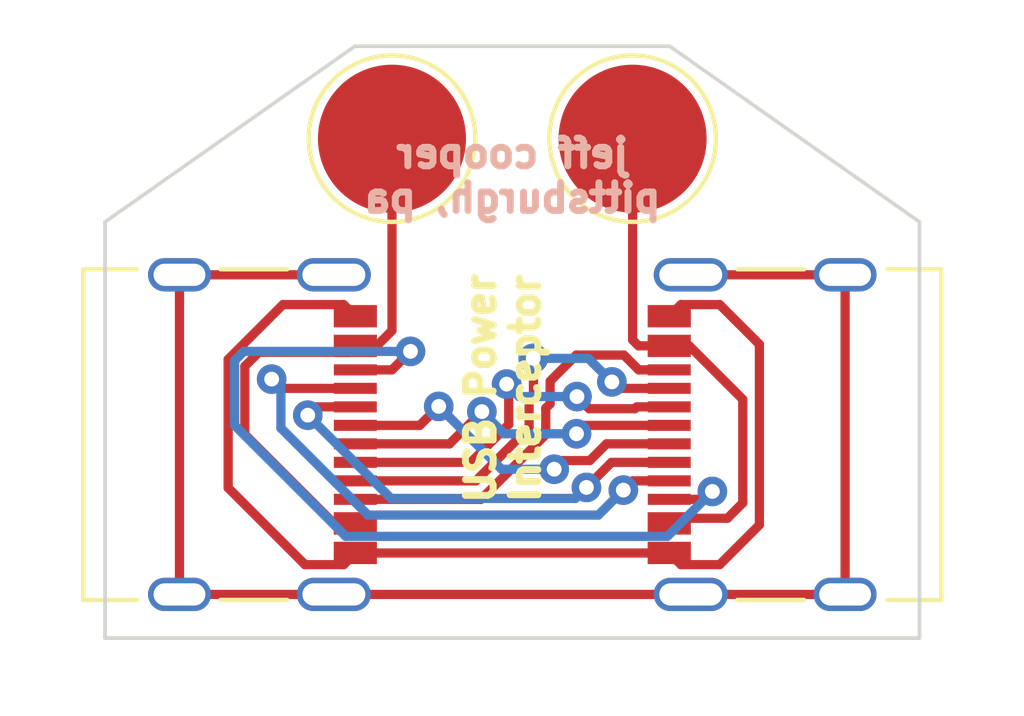
<source format=kicad_pcb>
(kicad_pcb (version 20200628) (host pcbnew "(5.99.0-2309-gaf729d578)")

  (general
    (thickness 1.6)
    (drawings 8)
    (tracks 124)
    (modules 4)
    (nets 13)
  )

  (paper "A4")
  (layers
    (0 "F.Cu" signal)
    (31 "B.Cu" signal)
    (32 "B.Adhes" user)
    (33 "F.Adhes" user)
    (34 "B.Paste" user)
    (35 "F.Paste" user)
    (36 "B.SilkS" user)
    (37 "F.SilkS" user)
    (38 "B.Mask" user)
    (39 "F.Mask" user)
    (40 "Dwgs.User" user)
    (41 "Cmts.User" user)
    (42 "Eco1.User" user)
    (43 "Eco2.User" user)
    (44 "Edge.Cuts" user)
    (45 "Margin" user)
    (46 "B.CrtYd" user)
    (47 "F.CrtYd" user)
    (48 "B.Fab" user)
    (49 "F.Fab" user)
  )

  (setup
    (pcbplotparams
      (layerselection 0x010fc_ffffffff)
      (usegerberextensions false)
      (usegerberattributes true)
      (usegerberadvancedattributes true)
      (creategerberjobfile true)
      (svguseinch false)
      (svgprecision 6)
      (excludeedgelayer true)
      (linewidth 0.100000)
      (plotframeref false)
      (viasonmask false)
      (mode 1)
      (useauxorigin false)
      (hpglpennumber 1)
      (hpglpenspeed 20)
      (hpglpendiameter 15.000000)
      (psnegative false)
      (psa4output false)
      (plotreference true)
      (plotvalue true)
      (plotinvisibletext false)
      (sketchpadsonfab false)
      (subtractmaskfromsilk false)
      (outputformat 1)
      (mirror false)
      (drillshape 1)
      (scaleselection 1)
      (outputdirectory "")
    )
  )

  (net 0 "")
  (net 1 "Net-(P1-PadA1)")
  (net 2 "Net-(P1-PadA4)")
  (net 3 "Net-(P1-PadB5)")
  (net 4 "Net-(P1-PadA5)")
  (net 5 "Net-(P1-PadA7)")
  (net 6 "Net-(P1-PadA6)")
  (net 7 "Net-(P1-PadS1)")
  (net 8 "Net-(P2-PadA4)")
  (net 9 "Net-(P1-PadB6)")
  (net 10 "Net-(P1-PadA8)")
  (net 11 "Net-(P1-PadB8)")
  (net 12 "Net-(P1-PadB7)")

  (module "TestPoint:TestPoint_Pad_D4.0mm" (layer "F.Cu") (tedit 5A0F774F) (tstamp a643a057-3f76-4038-b0e9-6419160b0c2a)
    (at 26.5 15)
    (descr "SMD pad as test Point, diameter 4.0mm")
    (tags "test point SMD pad")
    (path "/7e85f372-d285-4fbb-ae67-f594acdde320")
    (attr virtual)
    (fp_text reference "TP2" (at 0 -2.898) (layer "F.SilkS") hide
      (effects (font (size 1 1) (thickness 0.15)))
    )
    (fp_text value "TestPoint" (at 0 3.1) (layer "F.Fab")
      (effects (font (size 1 1) (thickness 0.15)))
    )
    (fp_circle (center 0 0) (end 0 2.25) (layer "F.SilkS") (width 0.12))
    (fp_circle (center 0 0) (end 2.5 0) (layer "F.CrtYd") (width 0.05))
    (fp_text user "${REFERENCE}" (at 0 -2.9) (layer "F.Fab")
      (effects (font (size 1 1) (thickness 0.15)))
    )
    (pad "1" smd circle (at 0 0) (size 4 4) (layers "F.Cu" "F.Mask")
      (net 8 "Net-(P2-PadA4)") (pinfunction "1") (tstamp 7e0752bb-b963-4f46-b86a-4a70417eb3cd))
  )

  (module "TestPoint:TestPoint_Pad_D4.0mm" (layer "F.Cu") (tedit 5A0F774F) (tstamp 27bf7cf3-4be8-4c37-9b50-7eabb0e87007)
    (at 33 15)
    (descr "SMD pad as test Point, diameter 4.0mm")
    (tags "test point SMD pad")
    (path "/1835365a-1e3c-4584-af8c-98ba565c26c7")
    (attr virtual)
    (fp_text reference "TP1" (at 0 -2.898) (layer "F.SilkS") hide
      (effects (font (size 1 1) (thickness 0.15)))
    )
    (fp_text value "TestPoint" (at 0 3.1) (layer "F.Fab")
      (effects (font (size 1 1) (thickness 0.15)))
    )
    (fp_circle (center 0 0) (end 0 2.25) (layer "F.SilkS") (width 0.12))
    (fp_circle (center 0 0) (end 2.5 0) (layer "F.CrtYd") (width 0.05))
    (fp_text user "${REFERENCE}" (at 0 -2.9) (layer "F.Fab")
      (effects (font (size 1 1) (thickness 0.15)))
    )
    (pad "1" smd circle (at 0 0) (size 4 4) (layers "F.Cu" "F.Mask")
      (net 2 "Net-(P1-PadA4)") (pinfunction "1") (tstamp 7e0752bb-b963-4f46-b86a-4a70417eb3cd))
  )

  (module "Connector_USB:USB_C_Receptacle_Palconn_UTC16-G" (layer "F.Cu") (tedit 5CF432E0) (tstamp 53f7891a-eb3f-4fde-9f5a-3eeaf06db4cb)
    (at 23 23 -90)
    (descr "http://www.palpilot.com/wp-content/uploads/2017/05/UTC027-GKN-OR-Rev-A.pdf")
    (tags "USB C Type-C Receptacle USB2.0")
    (path "/4c334dd1-1079-4076-b6a6-6ddfd4195812")
    (attr smd)
    (fp_text reference "P2" (at 0 -4.58 90) (layer "F.SilkS") hide
      (effects (font (size 1 1) (thickness 0.15)))
    )
    (fp_text value "USB_C_Plug_USB2.0" (at 0 6.24 90) (layer "F.Fab")
      (effects (font (size 1 1) (thickness 0.15)))
    )
    (fp_text user "PCB Edge" (at 0 3.43 90) (layer "Dwgs.User")
      (effects (font (size 1 1) (thickness 0.15)))
    )
    (fp_line (start -4.47 -2.48) (end 4.47 -2.48) (layer "F.Fab") (width 0.1))
    (fp_line (start 4.47 -2.48) (end 4.47 4.84) (layer "F.Fab") (width 0.1))
    (fp_line (start 4.47 4.84) (end -4.47 4.84) (layer "F.Fab") (width 0.1))
    (fp_line (start -4.47 -2.48) (end -4.47 4.84) (layer "F.Fab") (width 0.1))
    (fp_text user "${REFERENCE}" (at 0 1.18 90) (layer "F.Fab")
      (effects (font (size 1 1) (thickness 0.15)))
    )
    (fp_line (start -5.27 5.34) (end 5.27 5.34) (layer "F.CrtYd") (width 0.05))
    (fp_line (start -5.27 -3.59) (end -5.27 5.34) (layer "F.CrtYd") (width 0.05))
    (fp_line (start 5.27 -3.59) (end -5.27 -3.59) (layer "F.CrtYd") (width 0.05))
    (fp_line (start 5.27 5.34) (end 5.27 -3.59) (layer "F.CrtYd") (width 0.05))
    (fp_line (start -4.47 4.34) (end 4.47 4.34) (layer "Dwgs.User") (width 0.1))
    (fp_line (start -4.47 -0.67) (end -4.47 1.13) (layer "F.SilkS") (width 0.12))
    (fp_line (start -4.47 4.84) (end -4.47 3.38) (layer "F.SilkS") (width 0.12))
    (fp_line (start 4.47 4.84) (end 4.47 3.38) (layer "F.SilkS") (width 0.12))
    (fp_line (start 4.47 -0.67) (end 4.47 1.13) (layer "F.SilkS") (width 0.12))
    (fp_line (start 4.47 4.84) (end -4.47 4.84) (layer "F.SilkS") (width 0.12))
    (pad "A12" smd rect (at 3.2 -2.51 270) (size 0.6 1.16) (layers "F.Cu" "F.Paste" "F.Mask")
      (net 1 "Net-(P1-PadA1)") (pinfunction "GND") (tstamp 6daa2aeb-fc89-464d-9ac8-532929cd6bd4))
    (pad "A9" smd rect (at 2.4 -2.51 270) (size 0.6 1.16) (layers "F.Cu" "F.Paste" "F.Mask")
      (net 8 "Net-(P2-PadA4)") (pinfunction "VBUS") (tstamp 790c7728-a658-4428-8f94-a0c32d337997))
    (pad "B1" smd rect (at 3.2 -2.51 270) (size 0.6 1.16) (layers "F.Cu" "F.Paste" "F.Mask")
      (net 1 "Net-(P1-PadA1)") (pinfunction "GND") (tstamp d41b90b2-9d1c-4ce5-a8a8-36f0e11ba602))
    (pad "B4" smd rect (at 2.4 -2.51 270) (size 0.6 1.16) (layers "F.Cu" "F.Paste" "F.Mask")
      (net 8 "Net-(P2-PadA4)") (pinfunction "VBUS") (tstamp 0606d555-76e3-4109-b322-c556495b44d6))
    (pad "B12" smd rect (at -3.2 -2.51 270) (size 0.6 1.16) (layers "F.Cu" "F.Paste" "F.Mask")
      (net 1 "Net-(P1-PadA1)") (pinfunction "GND") (tstamp 83d03428-44ad-47be-ad35-773ab74c9b64))
    (pad "A1" smd rect (at -3.2 -2.51 270) (size 0.6 1.16) (layers "F.Cu" "F.Paste" "F.Mask")
      (net 1 "Net-(P1-PadA1)") (pinfunction "GND") (tstamp 94236400-b949-4713-913c-65bcc1dc656f))
    (pad "B9" smd rect (at -2.4 -2.51 270) (size 0.6 1.16) (layers "F.Cu" "F.Paste" "F.Mask")
      (net 8 "Net-(P2-PadA4)") (pinfunction "VBUS") (tstamp bdc47299-bbd7-4c4b-9f06-8d08bdb96694))
    (pad "A4" smd rect (at -2.4 -2.51 270) (size 0.6 1.16) (layers "F.Cu" "F.Paste" "F.Mask")
      (net 8 "Net-(P2-PadA4)") (pinfunction "VBUS") (tstamp b5afc105-8b22-47af-be85-34de0712e862))
    (pad "" np_thru_hole circle (at -2.89 -1.45 90) (size 0.6 0.6) (drill 0.6) (layers *.Cu *.Mask) (tstamp d4102d45-7f6c-415e-a5d4-abff467cc5f3))
    (pad "" np_thru_hole circle (at 2.89 -1.45 90) (size 0.6 0.6) (drill 0.6) (layers *.Cu *.Mask) (tstamp b56e5170-f43f-453e-9ed4-19c68ebd8d77))
    (pad "B5" smd rect (at 1.75 -2.51 90) (size 0.3 1.16) (layers "F.Cu" "F.Paste" "F.Mask")
      (net 3 "Net-(P1-PadB5)") (pinfunction "CC2") (tstamp 5c07a96b-f238-4a0c-a2fc-42a14bc79e3b))
    (pad "B6" smd rect (at 0.75 -2.51 90) (size 0.3 1.16) (layers "F.Cu" "F.Paste" "F.Mask")
      (net 9 "Net-(P1-PadB6)") (pinfunction "D+") (tstamp 763ff169-4f2b-4765-ab93-ff06f79b6e4a))
    (pad "A8" smd rect (at 1.25 -2.51 90) (size 0.3 1.16) (layers "F.Cu" "F.Paste" "F.Mask")
      (net 10 "Net-(P1-PadA8)") (pinfunction "SBU1") (tstamp 046eaa30-fefe-4e3d-8096-b5fa0d411022))
    (pad "A5" smd rect (at -1.25 -2.51 90) (size 0.3 1.16) (layers "F.Cu" "F.Paste" "F.Mask")
      (net 4 "Net-(P1-PadA5)") (pinfunction "CC1") (tstamp f91534d5-5d53-4bac-a49f-ffdf54ac0083))
    (pad "B8" smd rect (at -1.75 -2.51 90) (size 0.3 1.16) (layers "F.Cu" "F.Paste" "F.Mask")
      (net 11 "Net-(P1-PadB8)") (pinfunction "SBU2") (tstamp c1888a6e-0905-41f4-b6b2-b37659c4c422))
    (pad "A7" smd rect (at 0.25 -2.51 90) (size 0.3 1.16) (layers "F.Cu" "F.Paste" "F.Mask")
      (net 5 "Net-(P1-PadA7)") (pinfunction "D-") (tstamp 0cac729e-fd72-4f71-af6e-bbcd3e039977))
    (pad "A6" smd rect (at -0.25 -2.51 90) (size 0.3 1.16) (layers "F.Cu" "F.Paste" "F.Mask")
      (net 6 "Net-(P1-PadA6)") (pinfunction "D+") (tstamp 71dde1fb-e03a-4a4c-9bcf-ebd7bcbb6786))
    (pad "B7" smd rect (at -0.75 -2.51 90) (size 0.3 1.16) (layers "F.Cu" "F.Paste" "F.Mask")
      (net 12 "Net-(P1-PadB7)") (pinfunction "D-") (tstamp 1837a59a-41b4-453f-a4a4-2cb1599bca14))
    (pad "S1" thru_hole oval (at 4.32 2.24) (size 1.7 0.9) (drill oval 1.4 0.6) (layers *.Cu *.Mask)
      (net 7 "Net-(P1-PadS1)") (pinfunction "SHIELD") (tstamp 52b47e3e-98f2-4979-835c-39b530ad1261))
    (pad "S1" thru_hole oval (at -4.32 2.24) (size 1.7 0.9) (drill oval 1.4 0.6) (layers *.Cu *.Mask)
      (net 7 "Net-(P1-PadS1)") (pinfunction "SHIELD") (tstamp 30d8bc4a-b7d9-4e9b-9cb2-870e16efd2b1))
    (pad "S1" thru_hole oval (at 4.32 -1.93) (size 2 0.9) (drill oval 1.7 0.6) (layers *.Cu *.Mask)
      (net 7 "Net-(P1-PadS1)") (pinfunction "SHIELD") (tstamp 98704899-d8c9-48ad-8c0e-af2048b0071e))
    (pad "S1" thru_hole oval (at -4.32 -1.93) (size 2 0.9) (drill oval 1.7 0.6) (layers *.Cu *.Mask)
      (net 7 "Net-(P1-PadS1)") (pinfunction "SHIELD") (tstamp bb487658-d3cf-4986-86b8-0e0ebdf4af5c))
    (model "${KISYS3DMOD}/Connector_USB.3dshapes/USB_C_Receptacle_Palconn_UTC16-G.wrl"
      (at (xyz 0 0 0))
      (scale (xyz 1 1 1))
      (rotate (xyz 0 0 0))
    )
  )

  (module "Connector_USB:USB_C_Receptacle_Palconn_UTC16-G" (layer "F.Cu") (tedit 5CF432E0) (tstamp 0c01674d-591c-413e-9941-bbbb71a01a3b)
    (at 36.5 23 90)
    (descr "http://www.palpilot.com/wp-content/uploads/2017/05/UTC027-GKN-OR-Rev-A.pdf")
    (tags "USB C Type-C Receptacle USB2.0")
    (path "/6114fc0e-e56a-4f7d-8bae-5a17c8d9dcd4")
    (attr smd)
    (fp_text reference "P1" (at 0 -4.58 90) (layer "F.SilkS") hide
      (effects (font (size 1 1) (thickness 0.15)))
    )
    (fp_text value "USB_C_Plug_USB2.0" (at 0 6.24 90) (layer "F.Fab")
      (effects (font (size 1 1) (thickness 0.15)))
    )
    (fp_text user "PCB Edge" (at 0 3.43 90) (layer "Dwgs.User")
      (effects (font (size 1 1) (thickness 0.15)))
    )
    (fp_line (start -4.47 -2.48) (end 4.47 -2.48) (layer "F.Fab") (width 0.1))
    (fp_line (start 4.47 -2.48) (end 4.47 4.84) (layer "F.Fab") (width 0.1))
    (fp_line (start 4.47 4.84) (end -4.47 4.84) (layer "F.Fab") (width 0.1))
    (fp_line (start -4.47 -2.48) (end -4.47 4.84) (layer "F.Fab") (width 0.1))
    (fp_text user "${REFERENCE}" (at 0 1.18 90) (layer "F.Fab")
      (effects (font (size 1 1) (thickness 0.15)))
    )
    (fp_line (start -5.27 5.34) (end 5.27 5.34) (layer "F.CrtYd") (width 0.05))
    (fp_line (start -5.27 -3.59) (end -5.27 5.34) (layer "F.CrtYd") (width 0.05))
    (fp_line (start 5.27 -3.59) (end -5.27 -3.59) (layer "F.CrtYd") (width 0.05))
    (fp_line (start 5.27 5.34) (end 5.27 -3.59) (layer "F.CrtYd") (width 0.05))
    (fp_line (start -4.47 4.34) (end 4.47 4.34) (layer "Dwgs.User") (width 0.1))
    (fp_line (start -4.47 -0.67) (end -4.47 1.13) (layer "F.SilkS") (width 0.12))
    (fp_line (start -4.47 4.84) (end -4.47 3.38) (layer "F.SilkS") (width 0.12))
    (fp_line (start 4.47 4.84) (end 4.47 3.38) (layer "F.SilkS") (width 0.12))
    (fp_line (start 4.47 -0.67) (end 4.47 1.13) (layer "F.SilkS") (width 0.12))
    (fp_line (start 4.47 4.84) (end -4.47 4.84) (layer "F.SilkS") (width 0.12))
    (pad "A12" smd rect (at 3.2 -2.51 90) (size 0.6 1.16) (layers "F.Cu" "F.Paste" "F.Mask")
      (net 1 "Net-(P1-PadA1)") (pinfunction "GND") (tstamp 6daa2aeb-fc89-464d-9ac8-532929cd6bd4))
    (pad "A9" smd rect (at 2.4 -2.51 90) (size 0.6 1.16) (layers "F.Cu" "F.Paste" "F.Mask")
      (net 2 "Net-(P1-PadA4)") (pinfunction "VBUS") (tstamp 790c7728-a658-4428-8f94-a0c32d337997))
    (pad "B1" smd rect (at 3.2 -2.51 90) (size 0.6 1.16) (layers "F.Cu" "F.Paste" "F.Mask")
      (net 1 "Net-(P1-PadA1)") (pinfunction "GND") (tstamp d41b90b2-9d1c-4ce5-a8a8-36f0e11ba602))
    (pad "B4" smd rect (at 2.4 -2.51 90) (size 0.6 1.16) (layers "F.Cu" "F.Paste" "F.Mask")
      (net 2 "Net-(P1-PadA4)") (pinfunction "VBUS") (tstamp 0606d555-76e3-4109-b322-c556495b44d6))
    (pad "B12" smd rect (at -3.2 -2.51 90) (size 0.6 1.16) (layers "F.Cu" "F.Paste" "F.Mask")
      (net 1 "Net-(P1-PadA1)") (pinfunction "GND") (tstamp 83d03428-44ad-47be-ad35-773ab74c9b64))
    (pad "A1" smd rect (at -3.2 -2.51 90) (size 0.6 1.16) (layers "F.Cu" "F.Paste" "F.Mask")
      (net 1 "Net-(P1-PadA1)") (pinfunction "GND") (tstamp 94236400-b949-4713-913c-65bcc1dc656f))
    (pad "B9" smd rect (at -2.4 -2.51 90) (size 0.6 1.16) (layers "F.Cu" "F.Paste" "F.Mask")
      (net 2 "Net-(P1-PadA4)") (pinfunction "VBUS") (tstamp bdc47299-bbd7-4c4b-9f06-8d08bdb96694))
    (pad "A4" smd rect (at -2.4 -2.51 90) (size 0.6 1.16) (layers "F.Cu" "F.Paste" "F.Mask")
      (net 2 "Net-(P1-PadA4)") (pinfunction "VBUS") (tstamp b5afc105-8b22-47af-be85-34de0712e862))
    (pad "" np_thru_hole circle (at -2.89 -1.45 270) (size 0.6 0.6) (drill 0.6) (layers *.Cu *.Mask) (tstamp d4102d45-7f6c-415e-a5d4-abff467cc5f3))
    (pad "" np_thru_hole circle (at 2.89 -1.45 270) (size 0.6 0.6) (drill 0.6) (layers *.Cu *.Mask) (tstamp b56e5170-f43f-453e-9ed4-19c68ebd8d77))
    (pad "B5" smd rect (at 1.75 -2.51 270) (size 0.3 1.16) (layers "F.Cu" "F.Paste" "F.Mask")
      (net 3 "Net-(P1-PadB5)") (pinfunction "CC2") (tstamp 5c07a96b-f238-4a0c-a2fc-42a14bc79e3b))
    (pad "B6" smd rect (at 0.75 -2.51 270) (size 0.3 1.16) (layers "F.Cu" "F.Paste" "F.Mask")
      (net 9 "Net-(P1-PadB6)") (pinfunction "D+") (tstamp 763ff169-4f2b-4765-ab93-ff06f79b6e4a))
    (pad "A8" smd rect (at 1.25 -2.51 270) (size 0.3 1.16) (layers "F.Cu" "F.Paste" "F.Mask")
      (net 10 "Net-(P1-PadA8)") (pinfunction "SBU1") (tstamp 046eaa30-fefe-4e3d-8096-b5fa0d411022))
    (pad "A5" smd rect (at -1.25 -2.51 270) (size 0.3 1.16) (layers "F.Cu" "F.Paste" "F.Mask")
      (net 4 "Net-(P1-PadA5)") (pinfunction "CC1") (tstamp f91534d5-5d53-4bac-a49f-ffdf54ac0083))
    (pad "B8" smd rect (at -1.75 -2.51 270) (size 0.3 1.16) (layers "F.Cu" "F.Paste" "F.Mask")
      (net 11 "Net-(P1-PadB8)") (pinfunction "SBU2") (tstamp c1888a6e-0905-41f4-b6b2-b37659c4c422))
    (pad "A7" smd rect (at 0.25 -2.51 270) (size 0.3 1.16) (layers "F.Cu" "F.Paste" "F.Mask")
      (net 5 "Net-(P1-PadA7)") (pinfunction "D-") (tstamp 0cac729e-fd72-4f71-af6e-bbcd3e039977))
    (pad "A6" smd rect (at -0.25 -2.51 270) (size 0.3 1.16) (layers "F.Cu" "F.Paste" "F.Mask")
      (net 6 "Net-(P1-PadA6)") (pinfunction "D+") (tstamp 71dde1fb-e03a-4a4c-9bcf-ebd7bcbb6786))
    (pad "B7" smd rect (at -0.75 -2.51 270) (size 0.3 1.16) (layers "F.Cu" "F.Paste" "F.Mask")
      (net 12 "Net-(P1-PadB7)") (pinfunction "D-") (tstamp 1837a59a-41b4-453f-a4a4-2cb1599bca14))
    (pad "S1" thru_hole oval (at 4.32 2.24 180) (size 1.7 0.9) (drill oval 1.4 0.6) (layers *.Cu *.Mask)
      (net 7 "Net-(P1-PadS1)") (pinfunction "SHIELD") (tstamp 52b47e3e-98f2-4979-835c-39b530ad1261))
    (pad "S1" thru_hole oval (at -4.32 2.24 180) (size 1.7 0.9) (drill oval 1.4 0.6) (layers *.Cu *.Mask)
      (net 7 "Net-(P1-PadS1)") (pinfunction "SHIELD") (tstamp 30d8bc4a-b7d9-4e9b-9cb2-870e16efd2b1))
    (pad "S1" thru_hole oval (at 4.32 -1.93 180) (size 2 0.9) (drill oval 1.7 0.6) (layers *.Cu *.Mask)
      (net 7 "Net-(P1-PadS1)") (pinfunction "SHIELD") (tstamp 98704899-d8c9-48ad-8c0e-af2048b0071e))
    (pad "S1" thru_hole oval (at -4.32 -1.93 180) (size 2 0.9) (drill oval 1.7 0.6) (layers *.Cu *.Mask)
      (net 7 "Net-(P1-PadS1)") (pinfunction "SHIELD") (tstamp bb487658-d3cf-4986-86b8-0e0ebdf4af5c))
    (model "${KISYS3DMOD}/Connector_USB.3dshapes/USB_C_Receptacle_Palconn_UTC16-G.wrl"
      (at (xyz 0 0 0))
      (scale (xyz 1 1 1))
      (rotate (xyz 0 0 0))
    )
  )

  (gr_text "jeff cooper\npittsburgh, pa" (at 29.75 16) (layer "B.SilkS") (tstamp b9860aae-a80d-41bf-9e5e-b40ad3b77973)
    (effects (font (size 0.75 0.75) (thickness 0.1875)) (justify mirror))
  )
  (gr_text "USB Power\nInterceptor" (at 29.5 21.75 90) (layer "F.SilkS") (tstamp b6ca8659-261f-4595-80bc-8cc92abad880)
    (effects (font (size 0.75 0.75) (thickness 0.1875)))
  )
  (gr_line (start 25.5 12.5) (end 18.75 17.25) (layer "Edge.Cuts") (width 0.1) (tstamp 2febe854-d418-4c07-a3eb-f860762cd745))
  (gr_line (start 34 12.5) (end 25.5 12.5) (layer "Edge.Cuts") (width 0.1) (tstamp 95e4667c-bc8a-4581-a434-b04e358b042f))
  (gr_line (start 40.75 17.25) (end 34 12.5) (layer "Edge.Cuts") (width 0.1) (tstamp e68b8fbd-8270-4fb9-af9a-6e3b2614831d))
  (gr_line (start 40.75 28.5) (end 40.75 17.25) (layer "Edge.Cuts") (width 0.1) (tstamp 58e3b72a-403f-4495-9577-4173f0850e03))
  (gr_line (start 18.75 28.5) (end 40.75 28.5) (layer "Edge.Cuts") (width 0.1) (tstamp 14ed51cc-0870-44ff-866e-e379e47cffcc))
  (gr_line (start 18.75 17.25) (end 18.75 28.5) (layer "Edge.Cuts") (width 0.1) (tstamp 9db9c39f-b654-4ce3-be45-5e22d420b3b1))

  (segment (start 33.99 26.2) (end 25.51 26.2) (width 0.25) (layer "F.Cu") (net 1) (tstamp 7b666942-84b4-4373-a4f6-457c5d5141cf))
  (segment (start 33.99 20.6) (end 33.16 20.6) (width 0.25) (layer "F.Cu") (net 2) (tstamp e3344cd4-61e2-4063-bc27-207195f5970f))
  (segment (start 33.16 20.6) (end 33 20.44) (width 0.25) (layer "F.Cu") (net 2) (tstamp 135105f4-1b14-4211-83b2-1f795aa5a0c0))
  (segment (start 33 20.44) (end 33 15) (width 0.25) (layer "F.Cu") (net 2) (tstamp 7d50045d-2f13-4c01-8b9f-1bf6c0b3d81a))
  (segment (start 26.5 14.75) (end 26.5 20.19) (width 0.25) (layer "F.Cu") (net 8) (tstamp cebff5b7-409c-444e-90e1-3451636524ec))
  (segment (start 26.5 20.19) (end 26.09 20.6) (width 0.25) (layer "F.Cu") (net 8) (tstamp 6374f182-0a1c-4e58-99b1-4cd59bfe21aa))
  (segment (start 26.09 20.6) (end 25.51 20.6) (width 0.25) (layer "F.Cu") (net 8) (tstamp 3508d339-46ff-44d0-97b6-64d91c91115e))
  (segment (start 35.975002 22.045368) (end 34.529634 20.6) (width 0.25) (layer "F.Cu") (net 2) (tstamp 4b13754f-550a-4a56-872d-1a03ff0e89cb))
  (segment (start 33.99 24.75) (end 34.940313 24.75) (width 0.25) (layer "F.Cu") (net 11) (tstamp a5e7d2c7-2366-4093-a87c-95029fe89efb))
  (segment (start 35.350001 26.515001) (end 34.305001 26.515001) (width 0.25) (layer "F.Cu") (net 1) (tstamp 422dc5ce-e9df-4103-86cd-a8ad2be0aad9))
  (segment (start 35.562094 25.26091) (end 35.975002 24.848002) (width 0.25) (layer "F.Cu") (net 2) (tstamp 24d5a654-8af2-4988-a9ca-0c39eefd6bf3))
  (segment (start 34.529634 20.6) (end 33.99 20.6) (width 0.25) (layer "F.Cu") (net 2) (tstamp cf578371-9609-4fcd-8dd9-99be77252df2))
  (segment (start 34.305001 26.515001) (end 33.99 26.2) (width 0.25) (layer "F.Cu") (net 1) (tstamp f099d441-5ccc-4ce8-9ecd-70c5dea784d8))
  (segment (start 34.305001 19.484999) (end 35.350001 19.484999) (width 0.25) (layer "F.Cu") (net 1) (tstamp 3a1765fc-1931-4dfd-9d1a-ebb170b7ebb8))
  (segment (start 26.5 21.25) (end 25.51 21.25) (width 0.25) (layer "F.Cu") (net 11) (tstamp 0d5398ed-46b6-4357-9b81-052ac126a311))
  (via (at 35.154405 24.535908) (size 0.8) (drill 0.4) (layers "F.Cu" "B.Cu") (net 11) (tstamp 334002c0-90d6-4e2c-8861-b2b350c5e7e6))
  (segment (start 25.25 25.75) (end 22.25 22.75) (width 0.25) (layer "B.Cu") (net 11) (tstamp ee6a31be-fada-4f31-8818-44430f9addee))
  (via (at 27 20.75) (size 0.8) (drill 0.4) (layers "F.Cu" "B.Cu") (net 11) (tstamp 69cc56e6-f739-4f4a-aa58-7fd4e197701f))
  (segment (start 22.25 22.75) (end 22.25 21) (width 0.25) (layer "B.Cu") (net 11) (tstamp 09f36bec-5fa9-42c7-86ff-85e12c2a0f71))
  (segment (start 34.12909 25.26091) (end 35.562094 25.26091) (width 0.25) (layer "F.Cu") (net 2) (tstamp 0f8a612e-669a-4b9b-bcdd-13578e154cde))
  (segment (start 33.940313 25.75) (end 25.25 25.75) (width 0.25) (layer "B.Cu") (net 11) (tstamp f7896975-40e1-4286-afd7-3bfea4955fd3))
  (segment (start 35.350001 19.484999) (end 36.425013 20.560011) (width 0.25) (layer "F.Cu") (net 1) (tstamp 67cf1caa-8581-45bd-883a-fdc0b9ddbc01))
  (segment (start 33.99 25.4) (end 34.12909 25.26091) (width 0.25) (layer "F.Cu") (net 2) (tstamp ade5785f-7273-48f7-916b-d992e097da65))
  (segment (start 27 20.75) (end 26.5 21.25) (width 0.25) (layer "F.Cu") (net 11) (tstamp 5240a587-7a08-4777-b5b1-e6dc4f518947))
  (segment (start 34.940313 24.75) (end 35.154405 24.535908) (width 0.25) (layer "F.Cu") (net 11) (tstamp 72cf284a-5906-42ce-9f5b-f3d955f592ed))
  (segment (start 22.25 21) (end 22.5 20.75) (width 0.25) (layer "B.Cu") (net 11) (tstamp fe0ec6cf-7268-4cd2-b34e-5797dcca5ed7))
  (segment (start 35.154405 24.535908) (end 33.940313 25.75) (width 0.25) (layer "B.Cu") (net 11) (tstamp e53e1769-5a86-40d8-811a-886a6d9f07a5))
  (segment (start 36.425013 25.439989) (end 35.350001 26.515001) (width 0.25) (layer "F.Cu") (net 1) (tstamp 98b1d466-1125-4346-aa3c-5bfbc579ab47))
  (segment (start 22.5 20.75) (end 27 20.75) (width 0.25) (layer "B.Cu") (net 11) (tstamp c608f482-d28a-4864-a7c9-efa64294fe4c))
  (segment (start 33.99 19.8) (end 34.305001 19.484999) (width 0.25) (layer "F.Cu") (net 1) (tstamp 4e891d5c-d9c4-4813-909e-5a6bd81f15f1))
  (segment (start 35.975002 24.848002) (end 35.975002 22.045368) (width 0.25) (layer "F.Cu") (net 2) (tstamp 14b15a16-32ff-41fa-bc9c-aab684138f64))
  (segment (start 36.425013 20.560011) (end 36.425013 25.439989) (width 0.25) (layer "F.Cu") (net 1) (tstamp bbd021d7-691d-4242-94d4-cc151a6e8d41))
  (segment (start 25.194999 19.484999) (end 25.51 19.8) (width 0.25) (layer "F.Cu") (net 1) (tstamp 61dd5795-a8d6-4aac-9da0-f73a9ab47c92))
  (segment (start 22.074987 24.439989) (end 22.074987 20.965598) (width 0.25) (layer "F.Cu") (net 1) (tstamp 89d253f1-af74-459e-b38a-b2f2ad6e117f))
  (segment (start 24.149999 26.515001) (end 22.074987 24.439989) (width 0.25) (layer "F.Cu") (net 1) (tstamp d529924f-0f24-4435-af98-27693491b5ad))
  (segment (start 25.194999 26.515001) (end 24.149999 26.515001) (width 0.25) (layer "F.Cu") (net 1) (tstamp 6294e173-3d4e-4dde-be24-b7a51fc83b07))
  (segment (start 24.45002 22.25) (end 24.22501 22.47501) (width 0.25) (layer "F.Cu") (net 12) (tstamp e51d5aa1-ae15-4560-8cb8-d4ed02c6cdbe))
  (segment (start 25.51 22.25) (end 24.45002 22.25) (width 0.25) (layer "F.Cu") (net 12) (tstamp 5041a9ee-7633-4d67-a995-a8aebac117a4))
  (segment (start 22.074987 20.965598) (end 23.555586 19.484999) (width 0.25) (layer "F.Cu") (net 1) (tstamp 8d711151-595b-4a11-bd90-56799d8d94f6))
  (segment (start 26.475001 24.725001) (end 31.454877 24.725001) (width 0.25) (layer "B.Cu") (net 12) (tstamp 29cdbd0d-78a4-4e63-b3c4-137d97e6e811))
  (segment (start 23.5 21.75) (end 23.25 21.5) (width 0.25) (layer "F.Cu") (net 4) (tstamp a43316e8-3d7e-4cef-8547-cec7be9d6345))
  (segment (start 23.555586 19.484999) (end 25.194999 19.484999) (width 0.25) (layer "F.Cu") (net 1) (tstamp c07170d4-eb7a-4a57-a9c6-ea7868787a5e))
  (segment (start 26.5 25.17501) (end 32.07499 25.17501) (width 0.25) (layer "B.Cu") (net 4) (tstamp e117fc67-2d62-46cd-a60f-eecc6435c47c))
  (segment (start 24.93 25.4) (end 25.51 25.4) (width 0.25) (layer "F.Cu") (net 8) (tstamp c2685294-2163-42d1-a5aa-58fd6d6e7439))
  (via (at 23.25 21.5) (size 0.8) (drill 0.4) (layers "F.Cu" "B.Cu") (net 4) (tstamp eb51e19f-c2a1-4780-9441-c2ec2652c532))
  (segment (start 31.454877 24.725001) (end 31.752638 24.42724) (width 0.25) (layer "B.Cu") (net 12) (tstamp 94986856-8cd8-4d74-91d1-8d71038e4137))
  (segment (start 24.22501 22.47501) (end 26.475001 24.725001) (width 0.25) (layer "B.Cu") (net 12) (tstamp 2f61de63-c97c-4643-a48c-0ba618e041f2))
  (segment (start 25.852008 25.17501) (end 26.5 25.17501) (width 0.25) (layer "B.Cu") (net 4) (tstamp babad36b-1067-43e0-a3fa-95fd867adf5f))
  (segment (start 23.500009 22.823011) (end 25.852008 25.17501) (width 0.25) (layer "B.Cu") (net 4) (tstamp 3832a1ec-a450-44ac-8f89-33efbb775507))
  (via (at 24.22501 22.47501) (size 0.8) (drill 0.4) (layers "F.Cu" "B.Cu") (net 12) (tstamp 2a21d987-f48d-4480-9e8c-1ab87544b34c))
  (segment (start 23.25 21.5) (end 23.500009 21.750009) (width 0.25) (layer "B.Cu") (net 4) (tstamp 206971e2-fa21-4195-9691-0177a1ab372b))
  (segment (start 25.51 21.75) (end 23.5 21.75) (width 0.25) (layer "F.Cu") (net 4) (tstamp f39c3c46-99a1-4734-bd4e-b12a6a850f95))
  (segment (start 25.51 20.6) (end 25.335002 20.774998) (width 0.25) (layer "F.Cu") (net 8) (tstamp 33678522-9fc7-4fd4-87d4-b37cf923cce1))
  (segment (start 25.335002 20.774998) (end 22.901998 20.774998) (width 0.25) (layer "F.Cu") (net 8) (tstamp 52ff1a0d-ee49-4a5c-95e4-dbca5695329d))
  (segment (start 25.51 26.2) (end 25.194999 26.515001) (width 0.25) (layer "F.Cu") (net 1) (tstamp f0983381-03fb-4381-8acd-70d297209dea))
  (segment (start 22.524998 21.151998) (end 22.524998 22.994998) (width 0.25) (layer "F.Cu") (net 8) (tstamp d5a32aae-646c-4ab0-bb5e-5cf8ca16db0f))
  (segment (start 32.07499 25.17501) (end 32.75 24.5) (width 0.25) (layer "B.Cu") (net 4) (tstamp ea14ae11-3b89-4a41-8e9d-839783a6812d))
  (segment (start 23.500009 21.750009) (end 23.500009 22.823011) (width 0.25) (layer "B.Cu") (net 4) (tstamp 3f59d229-2f6d-4097-8bc0-880b4c1076d0))
  (segment (start 22.901998 20.774998) (end 22.524998 21.151998) (width 0.25) (layer "F.Cu") (net 8) (tstamp 5f3e6a9b-8ddc-4ceb-9af8-b03bfda7a09e))
  (segment (start 22.524998 22.994998) (end 24.93 25.4) (width 0.25) (layer "F.Cu") (net 8) (tstamp b29e5f11-065e-4624-aab3-5d4c419fe37b))
  (via (at 32.75 24.5) (size 0.8) (drill 0.4) (layers "F.Cu" "B.Cu") (net 4) (tstamp fe3393ac-8f21-4c1d-a4ed-70096ed3f75b))
  (segment (start 32.75 24.5) (end 33 24.25) (width 0.25) (layer "F.Cu") (net 4) (tstamp a3b837bb-2a0c-437a-a65a-725eea9fe638))
  (segment (start 29.460705 23.935385) (end 30.881948 23.935385) (width 0.25) (layer "B.Cu") (net 6) (tstamp 795b1a19-79a4-402b-8d5d-974f22c64cad))
  (via (at 31.484642 22.977228) (size 0.8) (drill 0.4) (layers "F.Cu" "B.Cu") (net 5) (tstamp 7b501bb6-98b0-4bbe-ba79-582dd737316e))
  (segment (start 27.76266 22.23734) (end 29.460705 23.935385) (width 0.25) (layer "B.Cu") (net 6) (tstamp 22522206-9cda-4055-9d96-dc38730b520d))
  (segment (start 33.99 23.25) (end 32.293468 23.25) (width 0.25) (layer "F.Cu") (net 6) (tstamp b01fc3d4-90a0-4421-b902-1281b3e6bfcd))
  (segment (start 31.71187 22.75) (end 31.484642 22.977228) (width 0.25) (layer "F.Cu") (net 5) (tstamp 2066379a-2919-44d1-a16d-17867ce60a48))
  (via (at 30.881948 23.935385) (size 0.8) (drill 0.4) (layers "F.Cu" "B.Cu") (net 6) (tstamp d8526da1-a094-43b8-a9e8-3fa9276dbec8))
  (via (at 31.752638 24.42724) (size 0.8) (drill 0.4) (layers "F.Cu" "B.Cu") (net 12) (tstamp 08f0f38d-4d88-4c47-9e94-f4f88facdbd2))
  (segment (start 32.293468 23.25) (end 31.84123 23.702238) (width 0.25) (layer "F.Cu") (net 6) (tstamp 6c424df9-58f1-4827-86f2-c703825ba54b))
  (segment (start 33.99 22.75) (end 31.71187 22.75) (width 0.25) (layer "F.Cu") (net 5) (tstamp cae98c1d-1534-44fe-8b00-3cd8803500ea))
  (segment (start 31.84123 23.702238) (end 31.115095 23.702238) (width 0.25) (layer "F.Cu") (net 6) (tstamp b2e4273c-fd47-41c4-a2b8-ac7d637c2fb0))
  (segment (start 28.92821 22.37757) (end 29.527868 22.977228) (width 0.25) (layer "B.Cu") (net 5) (tstamp 5d853f23-0f4e-4015-8909-954286125bf9))
  (segment (start 33.99 23.75) (end 32.429878 23.75) (width 0.25) (layer "F.Cu") (net 12) (tstamp eb10e7e9-b134-473c-af5a-3226abb13869))
  (segment (start 32.429878 23.75) (end 31.752638 24.42724) (width 0.25) (layer "F.Cu") (net 12) (tstamp e9350d73-d6d0-4c5e-88f2-97f0c74925ac))
  (segment (start 31.115095 23.702238) (end 30.881948 23.935385) (width 0.25) (layer "F.Cu") (net 6) (tstamp 5803a1e2-6f0d-4c1e-8442-5d97f908b9bb))
  (segment (start 29.527868 22.977228) (end 31.484642 22.977228) (width 0.25) (layer "B.Cu") (net 5) (tstamp 4bf3d03c-2997-4eb1-80f8-90b6851bcb0e))
  (segment (start 33 24.25) (end 33.99 24.25) (width 0.25) (layer "F.Cu") (net 4) (tstamp 1ff2ba0d-00b1-46b3-bcb0-e8797ee4a8c4))
  (segment (start 30.772086 21.55439) (end 31.476498 20.849978) (width 0.25) (layer "F.Cu") (net 3) (tstamp 61be13e0-3345-49f0-8f65-d3a084966975))
  (segment (start 31.80311 20.938256) (end 30.315216 20.938256) (width 0.25) (layer "B.Cu") (net 10) (tstamp 8231b0ca-1357-44af-aa0d-162154159d29))
  (segment (start 30.322075 20.945115) (end 30.315216 20.938256) (width 0.25) (layer "F.Cu") (net 10) (tstamp 1e343b5f-7d37-4c9a-8327-5e42f7ab1aff))
  (segment (start 33.99 22.25) (end 33.113589 22.25) (width 0.25) (layer "F.Cu") (net 9) (tstamp 2a66cd7c-d20d-4d10-bcb5-3180965f7ccb))
  (via (at 27.76266 22.23734) (size 0.8) (drill 0.4) (layers "F.Cu" "B.Cu") (net 6) (tstamp 1bce00f2-bdf5-4e1c-873b-d085affae971))
  (segment (start 29.597074 21.634169) (end 29.934498 21.971593) (width 0.25) (layer "B.Cu") (net 9) (tstamp 534edfa4-84f2-4872-8baf-4861086d9c9a))
  (segment (start 25.51 24.75) (end 28.901604 24.75) (width 0.25) (layer "F.Cu") (net 3) (tstamp b5cb0788-635f-49f3-a47f-ed640dcbd4d5))
  (segment (start 30.653984 22.286672) (end 30.772086 22.16857) (width 0.25) (layer "F.Cu") (net 3) (tstamp 3c49170b-82eb-4181-8462-4e369c2126b3))
  (segment (start 28.765193 24.25) (end 30.203973 22.81122) (width 0.25) (layer "F.Cu") (net 10) (tstamp 987ec486-f181-4d37-be88-a6fde94c93d9))
  (via (at 30.315216 20.938256) (size 0.8) (drill 0.4) (layers "F.Cu" "B.Cu") (net 10) (tstamp 42ae5f37-f589-45ca-88c7-95fc8c244ae2))
  (segment (start 25.51 22.75) (end 27.25 22.75) (width 0.25) (layer "F.Cu") (net 6) (tstamp d417246d-5e7f-4c86-aef5-baf7f07dd657))
  (segment (start 28.628782 23.75) (end 29.653211 22.725571) (width 0.25) (layer "F.Cu") (net 9) (tstamp 636d4a8f-c269-47a8-a4e8-1bb9b65eca7e))
  (segment (start 29.653211 21.690306) (end 29.597074 21.634169) (width 0.25) (layer "F.Cu") (net 9) (tstamp 93ffb6eb-1375-4ba2-af49-e9e6a01e7785))
  (segment (start 25.51 23.75) (end 28.628782 23.75) (width 0.25) (layer "F.Cu") (net 9) (tstamp 127de3d4-fe8e-4770-a5c6-03506cb53482))
  (via (at 31.497096 21.971593) (size 0.8) (drill 0.4) (layers "F.Cu" "B.Cu") (net 9) (tstamp e150f36c-7bb4-496d-adb0-190c67d0812f))
  (segment (start 33.0636 22.299989) (end 31.825492 22.299989) (width 0.25) (layer "F.Cu") (net 9) (tstamp 5855e646-ca67-49c4-9779-33a2a9e5a156))
  (via (at 28.92821 22.37757) (size 0.8) (drill 0.4) (layers "F.Cu" "B.Cu") (net 5) (tstamp 00252ec1-16c3-4369-a2e0-9f2dfebb3651))
  (segment (start 32.764812 20.849978) (end 33.164834 21.25) (width 0.25) (layer "F.Cu") (net 3) (tstamp 1425dc6e-7641-4f9c-920c-9e195c4595c4))
  (segment (start 30.322075 21.98217) (end 30.322075 20.945115) (width 0.25) (layer "F.Cu") (net 10) (tstamp b42ff3e7-5d76-4530-8573-1be0d46ecbc2))
  (segment (start 28.901604 24.75) (end 30.653984 22.99762) (width 0.25) (layer "F.Cu") (net 3) (tstamp f5f9ceca-c735-4871-8985-87df5efbfb1e))
  (segment (start 25.51 24.25) (end 28.765193 24.25) (width 0.25) (layer "F.Cu") (net 10) (tstamp a587f83b-b59e-4cd3-a76c-c3cb261f264a))
  (segment (start 31.825492 22.299989) (end 31.497096 21.971593) (width 0.25) (layer "F.Cu") (net 9) (tstamp 46ec33f5-4c7a-4300-aa75-820d74094721))
  (segment (start 30.772086 22.16857) (end 30.772086 21.55439) (width 0.25) (layer "F.Cu") (net 3) (tstamp d61e2a19-2392-42b5-bc23-098e08d9f3a9))
  (segment (start 33.113589 22.25) (end 33.0636 22.299989) (width 0.25) (layer "F.Cu") (net 9) (tstamp 4b0937e0-297a-4760-96c0-813f74851def))
  (segment (start 30.653984 22.99762) (end 30.653984 22.286672) (width 0.25) (layer "F.Cu") (net 3) (tstamp 4d74ff30-2ba2-4520-ac0b-6ae07a563417))
  (via (at 29.597074 21.634169) (size 0.8) (drill 0.4) (layers "F.Cu" "B.Cu") (net 9) (tstamp befe98e3-7e5f-4b16-a58a-39f9cda39057))
  (segment (start 33.164834 21.25) (end 33.99 21.25) (width 0.25) (layer "F.Cu") (net 3) (tstamp 360161ab-1c5c-43d6-ab3c-15a7a59d1f69))
  (segment (start 29.653211 22.725571) (end 29.653211 21.690306) (width 0.25) (layer "F.Cu") (net 9) (tstamp 81f5af5e-fdcb-487d-a514-61ddfe2703ef))
  (segment (start 30.203973 22.81122) (end 30.203973 22.100272) (width 0.25) (layer "F.Cu") (net 10) (tstamp fddbdb60-7050-4b52-9588-18af0e25712d))
  (segment (start 29.934498 21.971593) (end 31.497096 21.971593) (width 0.25) (layer "B.Cu") (net 9) (tstamp 0ecdbfd1-41d6-4167-a45d-e96b43ad5562))
  (segment (start 28.05578 23.25) (end 28.92821 22.37757) (width 0.25) (layer "F.Cu") (net 5) (tstamp c7a80e6d-eb0e-471c-844e-7538ec25a373))
  (segment (start 30.203973 22.100272) (end 30.322075 21.98217) (width 0.25) (layer "F.Cu") (net 10) (tstamp 39d05c06-d9b3-4cd1-b66f-448df5a2bc5d))
  (segment (start 25.51 23.25) (end 28.05578 23.25) (width 0.25) (layer "F.Cu") (net 5) (tstamp 7ebbef91-d9db-4afe-9017-f21292235ccf))
  (segment (start 31.476498 20.849978) (end 32.764812 20.849978) (width 0.25) (layer "F.Cu") (net 3) (tstamp 9b0ebf03-b658-44a1-ad41-9264dee52d7f))
  (segment (start 27.25 22.75) (end 27.76266 22.23734) (width 0.25) (layer "F.Cu") (net 6) (tstamp 9ae73283-62c3-4ae2-8dab-6d3c1ee8344a))
  (segment (start 32.439833 21.574979) (end 31.80311 20.938256) (width 0.25) (layer "B.Cu") (net 10) (tstamp 46831f42-ede1-430f-b4aa-1466c5edfd36))
  (via (at 32.439833 21.574979) (size 0.8) (drill 0.4) (layers "F.Cu" "B.Cu") (net 10) (tstamp 1ac9e91d-8a61-4d18-adca-0f00b31695a1))
  (segment (start 33.99 21.75) (end 32.614854 21.75) (width 0.25) (layer "F.Cu") (net 10) (tstamp 8a6f5b74-ed7c-45ac-ae97-bc4bec937b11))
  (segment (start 32.614854 21.75) (end 32.439833 21.574979) (width 0.25) (layer "F.Cu") (net 10) (tstamp b61f8656-11d0-470b-9cec-758aeda52b81))
  (segment (start 20.76 18.68) (end 24.93 18.68) (width 0.25) (layer "F.Cu") (net 7) (tstamp 9c93f3d2-9701-4480-942c-c0e4f19ebf74))
  (segment (start 20.76 27.32) (end 20.76 18.68) (width 0.25) (layer "F.Cu") (net 7) (tstamp 9c57c553-9f97-47a0-ad4a-ba07c60383a2))
  (segment (start 24.93 27.32) (end 20.76 27.32) (width 0.25) (layer "F.Cu") (net 7) (tstamp 82b3305b-166b-40df-8fb1-f715e6c5bc65))
  (segment (start 34.57 27.32) (end 24.93 27.32) (width 0.25) (layer "F.Cu") (net 7) (tstamp 2494b213-86d3-450d-9a42-a6c59bd1b8c6))
  (segment (start 34.57 18.68) (end 38.74 18.68) (width 0.25) (layer "F.Cu") (net 7) (tstamp 6c5fb53c-7a62-4b27-a6bd-bba4b5c0604d))
  (segment (start 38.74 18.68) (end 38.74 27.32) (width 0.25) (layer "F.Cu") (net 7) (tstamp 7dc212d8-01c2-4e86-a6e1-e2da18084262))
  (segment (start 34.57 27.32) (end 38.74 27.32) (width 0.25) (layer "F.Cu") (net 7) (tstamp f938167b-a47f-45c4-95e4-055673c1fde0))

)

</source>
